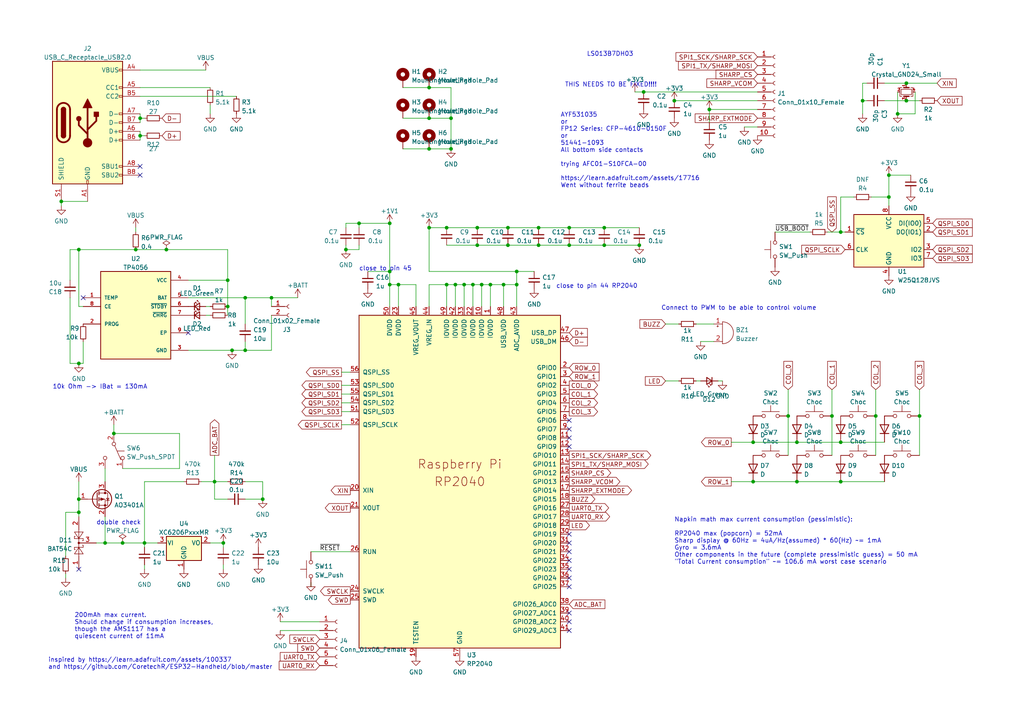
<source format=kicad_sch>
(kicad_sch (version 20211123) (generator eeschema)
  (paper "A4")
  (junction (at 113.03 64.77))
  (junction (at 218.44 139.7))
  (junction (at 138.43 71.12))
  (junction (at 231.14 128.27))
  (junction (at 147.32 71.12))
  (junction (at 257.81 50.8))
  (junction (at 250.19 29.21))
  (junction (at 146.05 82.55))
  (junction (at 149.86 82.55))
  (junction (at 186.69 26.67))
  (junction (at 262.89 24.13))
  (junction (at 71.12 101.6))
  (junction (at 113.03 82.55))
  (junction (at 115.57 82.55))
  (junction (at 66.04 81.28))
  (junction (at 48.26 72.39))
  (junction (at 156.21 66.04))
  (junction (at 241.3 120.65))
  (junction (at 262.89 29.21))
  (junction (at 266.7 120.65))
  (junction (at 41.91 157.48))
  (junction (at 35.56 157.48))
  (junction (at 39.37 72.39))
  (junction (at 205.74 31.75))
  (junction (at 64.77 157.48))
  (junction (at 30.48 157.48))
  (junction (at 132.08 82.55))
  (junction (at 195.58 29.21))
  (junction (at 218.44 128.27))
  (junction (at 185.42 71.12))
  (junction (at 138.43 66.04))
  (junction (at 129.54 66.04))
  (junction (at 17.78 58.42))
  (junction (at 124.46 25.4))
  (junction (at 100.33 72.39))
  (junction (at 22.86 105.41))
  (junction (at 33.02 125.73))
  (junction (at 124.46 66.04))
  (junction (at 40.64 39.37))
  (junction (at 149.86 78.74))
  (junction (at 124.46 34.29))
  (junction (at 71.12 86.36))
  (junction (at 257.81 57.15))
  (junction (at 124.46 43.18))
  (junction (at 40.64 34.29))
  (junction (at 22.86 72.39))
  (junction (at 137.16 82.55))
  (junction (at 254 120.65))
  (junction (at 130.81 43.18))
  (junction (at 147.32 66.04))
  (junction (at 129.54 82.55))
  (junction (at 22.86 148.59))
  (junction (at 142.24 82.55))
  (junction (at 243.84 139.7))
  (junction (at 139.7 82.55))
  (junction (at 130.81 34.29))
  (junction (at 156.21 71.12))
  (junction (at 165.1 71.12))
  (junction (at 76.2 144.78))
  (junction (at 243.84 67.31))
  (junction (at 243.84 128.27))
  (junction (at 62.23 139.7))
  (junction (at 175.26 71.12))
  (junction (at 134.62 82.55))
  (junction (at 22.86 144.78))
  (junction (at 66.04 88.9))
  (junction (at 67.31 101.6))
  (junction (at 175.26 66.04))
  (junction (at 228.6 120.65))
  (junction (at 165.1 66.04))
  (junction (at 78.74 86.36))
  (junction (at 113.03 78.74))
  (junction (at 231.14 139.7))
  (junction (at 104.14 64.77))
  (junction (at 260.35 33.02))
  (no_connect (at 40.64 48.26))
  (no_connect (at 40.64 50.8))
  (no_connect (at 165.1 182.88))
  (no_connect (at 165.1 180.34))
  (no_connect (at 165.1 177.8))
  (no_connect (at 165.1 170.18))
  (no_connect (at 165.1 167.64))
  (no_connect (at 165.1 165.1))
  (no_connect (at 165.1 129.54))
  (no_connect (at 165.1 127))
  (no_connect (at 165.1 124.46))
  (no_connect (at 165.1 121.92))
  (no_connect (at 165.1 162.56))
  (no_connect (at 165.1 160.02))
  (no_connect (at 165.1 157.48))
  (no_connect (at 165.1 154.94))
  (no_connect (at 24.13 86.36))
  (no_connect (at 54.61 96.52))
  (no_connect (at 22.86 165.1))
  (wire (pts (xy 99.06 107.95) (xy 101.6 107.95)))
  (wire (pts (xy 76.2 144.78) (xy 76.2 139.7)))
  (wire (pts (xy 66.04 81.28) (xy 66.04 72.39)))
  (wire (pts (xy 113.03 82.55) (xy 113.03 88.9)))
  (wire (pts (xy 100.33 64.77) (xy 100.33 66.04)))
  (wire (pts (xy 104.14 72.39) (xy 100.33 72.39)))
  (wire (pts (xy 40.64 38.1) (xy 40.64 39.37)))
  (wire (pts (xy 19.05 166.37) (xy 19.05 167.64)))
  (wire (pts (xy 254 113.03) (xy 254 120.65)))
  (wire (pts (xy 20.32 72.39) (xy 22.86 72.39)))
  (wire (pts (xy 184.15 26.67) (xy 186.69 26.67)))
  (wire (pts (xy 195.58 29.21) (xy 219.71 29.21)))
  (wire (pts (xy 24.13 99.06) (xy 24.13 105.41)))
  (wire (pts (xy 41.91 158.75) (xy 41.91 157.48)))
  (wire (pts (xy 22.86 139.7) (xy 22.86 144.78)))
  (wire (pts (xy 58.42 139.7) (xy 62.23 139.7)))
  (wire (pts (xy 193.04 93.98) (xy 196.85 93.98)))
  (wire (pts (xy 201.93 93.98) (xy 207.01 93.98)))
  (wire (pts (xy 60.96 157.48) (xy 64.77 157.48)))
  (wire (pts (xy 208.28 110.49) (xy 209.55 110.49)))
  (wire (pts (xy 241.3 113.03) (xy 241.3 120.65)))
  (wire (pts (xy 149.86 78.74) (xy 154.94 78.74)))
  (wire (pts (xy 41.91 39.37) (xy 40.64 39.37)))
  (wire (pts (xy 219.71 31.75) (xy 205.74 31.75)))
  (wire (pts (xy 19.05 148.59) (xy 19.05 161.29)))
  (wire (pts (xy 30.48 157.48) (xy 35.56 157.48)))
  (wire (pts (xy 262.89 24.13) (xy 271.78 24.13)))
  (wire (pts (xy 257.81 59.69) (xy 257.81 57.15)))
  (wire (pts (xy 215.9 36.83) (xy 219.71 36.83)))
  (wire (pts (xy 205.74 31.75) (xy 205.74 35.56)))
  (wire (pts (xy 104.14 66.04) (xy 104.14 64.77)))
  (wire (pts (xy 78.74 86.36) (xy 78.74 88.9)))
  (wire (pts (xy 139.7 82.55) (xy 139.7 88.9)))
  (wire (pts (xy 138.43 66.04) (xy 147.32 66.04)))
  (wire (pts (xy 116.84 43.18) (xy 124.46 43.18)))
  (wire (pts (xy 66.04 88.9) (xy 66.04 91.44)))
  (wire (pts (xy 54.61 81.28) (xy 66.04 81.28)))
  (wire (pts (xy 218.44 139.7) (xy 231.14 139.7)))
  (wire (pts (xy 40.64 34.29) (xy 40.64 35.56)))
  (wire (pts (xy 116.84 34.29) (xy 124.46 34.29)))
  (wire (pts (xy 260.35 33.02) (xy 265.43 33.02)))
  (wire (pts (xy 41.91 34.29) (xy 40.64 34.29)))
  (wire (pts (xy 41.91 157.48) (xy 45.72 157.48)))
  (wire (pts (xy 41.91 139.7) (xy 53.34 139.7)))
  (wire (pts (xy 40.64 27.94) (xy 68.58 27.94)))
  (wire (pts (xy 104.14 71.12) (xy 104.14 72.39)))
  (wire (pts (xy 243.84 67.31) (xy 245.11 67.31)))
  (wire (pts (xy 142.24 82.55) (xy 142.24 88.9)))
  (wire (pts (xy 17.78 59.69) (xy 17.78 58.42)))
  (wire (pts (xy 130.81 34.29) (xy 124.46 34.29)))
  (wire (pts (xy 212.09 139.7) (xy 218.44 139.7)))
  (wire (pts (xy 20.32 86.36) (xy 20.32 105.41)))
  (wire (pts (xy 19.05 148.59) (xy 22.86 148.59)))
  (wire (pts (xy 20.32 105.41) (xy 22.86 105.41)))
  (wire (pts (xy 243.84 128.27) (xy 256.54 128.27)))
  (wire (pts (xy 243.84 139.7) (xy 256.54 139.7)))
  (wire (pts (xy 71.12 86.36) (xy 78.74 86.36)))
  (wire (pts (xy 71.12 144.78) (xy 76.2 144.78)))
  (wire (pts (xy 54.61 86.36) (xy 71.12 86.36)))
  (wire (pts (xy 252.73 57.15) (xy 257.81 57.15)))
  (wire (pts (xy 224.79 67.31) (xy 234.95 67.31)))
  (wire (pts (xy 22.86 148.59) (xy 22.86 149.86)))
  (wire (pts (xy 266.7 113.03) (xy 266.7 120.65)))
  (wire (pts (xy 67.31 101.6) (xy 71.12 101.6)))
  (wire (pts (xy 257.81 57.15) (xy 257.81 50.8)))
  (wire (pts (xy 60.96 33.02) (xy 60.96 30.48)))
  (wire (pts (xy 35.56 157.48) (xy 41.91 157.48)))
  (wire (pts (xy 146.05 82.55) (xy 149.86 82.55)))
  (wire (pts (xy 243.84 67.31) (xy 243.84 57.15)))
  (wire (pts (xy 60.96 88.9) (xy 59.69 88.9)))
  (wire (pts (xy 201.93 110.49) (xy 203.2 110.49)))
  (wire (pts (xy 39.37 66.04) (xy 39.37 67.31)))
  (wire (pts (xy 132.08 82.55) (xy 132.08 88.9)))
  (wire (pts (xy 124.46 78.74) (xy 149.86 78.74)))
  (wire (pts (xy 64.77 158.75) (xy 64.77 157.48)))
  (wire (pts (xy 99.06 123.19) (xy 101.6 123.19)))
  (wire (pts (xy 124.46 88.9) (xy 124.46 82.55)))
  (wire (pts (xy 20.32 81.28) (xy 20.32 72.39)))
  (wire (pts (xy 90.17 168.91) (xy 90.17 170.18)))
  (wire (pts (xy 129.54 71.12) (xy 138.43 71.12)))
  (wire (pts (xy 137.16 82.55) (xy 139.7 82.55)))
  (wire (pts (xy 99.06 116.84) (xy 101.6 116.84)))
  (wire (pts (xy 62.23 144.78) (xy 66.04 144.78)))
  (wire (pts (xy 231.14 139.7) (xy 243.84 139.7)))
  (wire (pts (xy 41.91 139.7) (xy 41.91 157.48)))
  (wire (pts (xy 251.46 24.13) (xy 250.19 24.13)))
  (wire (pts (xy 104.14 64.77) (xy 113.03 64.77)))
  (wire (pts (xy 33.02 125.73) (xy 52.07 125.73)))
  (wire (pts (xy 130.81 34.29) (xy 130.81 25.4)))
  (wire (pts (xy 250.19 24.13) (xy 250.19 29.21)))
  (wire (pts (xy 175.26 71.12) (xy 185.42 71.12)))
  (wire (pts (xy 71.12 101.6) (xy 78.74 101.6)))
  (wire (pts (xy 90.17 160.02) (xy 101.6 160.02)))
  (wire (pts (xy 165.1 71.12) (xy 175.26 71.12)))
  (wire (pts (xy 120.65 88.9) (xy 120.65 82.55)))
  (wire (pts (xy 228.6 120.65) (xy 228.6 132.08)))
  (wire (pts (xy 41.91 165.1) (xy 41.91 163.83)))
  (wire (pts (xy 81.28 182.88) (xy 92.71 182.88)))
  (wire (pts (xy 129.54 66.04) (xy 138.43 66.04)))
  (wire (pts (xy 228.6 113.03) (xy 228.6 120.65)))
  (wire (pts (xy 17.78 58.42) (xy 25.4 58.42)))
  (wire (pts (xy 71.12 86.36) (xy 71.12 93.98)))
  (wire (pts (xy 113.03 64.77) (xy 113.03 78.74)))
  (wire (pts (xy 48.26 72.39) (xy 39.37 72.39)))
  (wire (pts (xy 22.86 72.39) (xy 22.86 88.9)))
  (wire (pts (xy 260.35 26.67) (xy 260.35 33.02)))
  (wire (pts (xy 113.03 78.74) (xy 113.03 82.55)))
  (wire (pts (xy 115.57 82.55) (xy 113.03 82.55)))
  (wire (pts (xy 104.14 64.77) (xy 100.33 64.77)))
  (wire (pts (xy 218.44 128.27) (xy 231.14 128.27)))
  (wire (pts (xy 40.64 33.02) (xy 40.64 34.29)))
  (wire (pts (xy 256.54 29.21) (xy 262.89 29.21)))
  (wire (pts (xy 62.23 139.7) (xy 62.23 144.78)))
  (wire (pts (xy 265.43 26.67) (xy 265.43 33.02)))
  (wire (pts (xy 257.81 50.8) (xy 264.16 50.8)))
  (wire (pts (xy 52.07 135.89) (xy 52.07 125.73)))
  (wire (pts (xy 39.37 72.39) (xy 22.86 72.39)))
  (wire (pts (xy 147.32 66.04) (xy 156.21 66.04)))
  (wire (pts (xy 116.84 25.4) (xy 124.46 25.4)))
  (wire (pts (xy 165.1 66.04) (xy 175.26 66.04)))
  (wire (pts (xy 99.06 119.38) (xy 101.6 119.38)))
  (wire (pts (xy 142.24 82.55) (xy 146.05 82.55)))
  (wire (pts (xy 124.46 25.4) (xy 130.81 25.4)))
  (wire (pts (xy 241.3 120.65) (xy 241.3 132.08)))
  (wire (pts (xy 124.46 66.04) (xy 124.46 78.74)))
  (wire (pts (xy 203.2 99.06) (xy 207.01 99.06)))
  (wire (pts (xy 138.43 71.12) (xy 147.32 71.12)))
  (wire (pts (xy 147.32 71.12) (xy 156.21 71.12)))
  (wire (pts (xy 254 120.65) (xy 254 132.08)))
  (wire (pts (xy 132.08 82.55) (xy 134.62 82.55)))
  (wire (pts (xy 130.81 43.18) (xy 130.81 34.29)))
  (wire (pts (xy 124.46 43.18) (xy 130.81 43.18)))
  (wire (pts (xy 120.65 82.55) (xy 115.57 82.55)))
  (wire (pts (xy 62.23 139.7) (xy 66.04 139.7)))
  (wire (pts (xy 146.05 82.55) (xy 146.05 88.9)))
  (wire (pts (xy 256.54 24.13) (xy 262.89 24.13)))
  (wire (pts (xy 115.57 82.55) (xy 115.57 88.9)))
  (wire (pts (xy 40.64 20.32) (xy 59.69 20.32)))
  (wire (pts (xy 250.19 29.21) (xy 251.46 29.21)))
  (wire (pts (xy 30.48 135.89) (xy 30.48 139.7)))
  (wire (pts (xy 33.02 123.19) (xy 33.02 125.73)))
  (wire (pts (xy 175.26 66.04) (xy 185.42 66.04)))
  (wire (pts (xy 193.04 110.49) (xy 196.85 110.49)))
  (wire (pts (xy 22.86 144.78) (xy 22.86 148.59)))
  (wire (pts (xy 71.12 99.06) (xy 71.12 101.6)))
  (wire (pts (xy 78.74 86.36) (xy 86.36 86.36)))
  (wire (pts (xy 106.68 78.74) (xy 113.03 78.74)))
  (wire (pts (xy 231.14 128.27) (xy 243.84 128.27)))
  (wire (pts (xy 40.64 25.4) (xy 60.96 25.4)))
  (wire (pts (xy 100.33 71.12) (xy 100.33 72.39)))
  (wire (pts (xy 22.86 105.41) (xy 24.13 105.41)))
  (wire (pts (xy 99.06 111.76) (xy 101.6 111.76)))
  (wire (pts (xy 156.21 66.04) (xy 165.1 66.04)))
  (wire (pts (xy 149.86 82.55) (xy 149.86 78.74)))
  (wire (pts (xy 149.86 82.55) (xy 149.86 88.9)))
  (wire (pts (xy 54.61 101.6) (xy 67.31 101.6)))
  (wire (pts (xy 129.54 82.55) (xy 129.54 88.9)))
  (wire (pts (xy 64.77 165.1) (xy 64.77 163.83)))
  (wire (pts (xy 250.19 33.02) (xy 250.19 29.21)))
  (wire (pts (xy 124.46 66.04) (xy 129.54 66.04)))
  (wire (pts (xy 30.48 149.86) (xy 30.48 157.48)))
  (wire (pts (xy 156.21 71.12) (xy 165.1 71.12)))
  (wire (pts (xy 262.89 29.21) (xy 266.7 29.21)))
  (wire (pts (xy 66.04 81.28) (xy 66.04 88.9)))
  (wire (pts (xy 124.46 82.55) (xy 129.54 82.55)))
  (wire (pts (xy 35.56 135.89) (xy 52.07 135.89)))
  (wire (pts (xy 22.86 88.9) (xy 24.13 88.9)))
  (wire (pts (xy 60.96 91.44) (xy 59.69 91.44)))
  (wire (pts (xy 71.12 139.7) (xy 76.2 139.7)))
  (wire (pts (xy 266.7 120.65) (xy 266.7 132.08)))
  (wire (pts (xy 66.04 72.39) (xy 48.26 72.39)))
  (wire (pts (xy 240.03 67.31) (xy 243.84 67.31)))
  (wire (pts (xy 139.7 82.55) (xy 142.24 82.55)))
  (wire (pts (xy 78.74 91.44) (xy 78.74 101.6)))
  (wire (pts (xy 99.06 114.3) (xy 101.6 114.3)))
  (wire (pts (xy 212.09 128.27) (xy 218.44 128.27)))
  (wire (pts (xy 243.84 57.15) (xy 247.65 57.15)))
  (wire (pts (xy 186.69 26.67) (xy 219.71 26.67)))
  (wire (pts (xy 134.62 82.55) (xy 134.62 88.9)))
  (wire (pts (xy 62.23 132.08) (xy 62.23 139.7)))
  (wire (pts (xy 134.62 82.55) (xy 137.16 82.55)))
  (wire (pts (xy 81.28 180.34) (xy 92.71 180.34)))
  (wire (pts (xy 129.54 82.55) (xy 132.08 82.55)))
  (wire (pts (xy 137.16 82.55) (xy 137.16 88.9)))
  (wire (pts (xy 27.94 157.48) (xy 30.48 157.48)))
  (wire (pts (xy 40.64 39.37) (xy 40.64 40.64)))
  (text "Connect to PWM to be able to control volume" (at 191.77 90.17 0) (effects (font (size 1.27 1.27)) (justify left bottom)))
  (text "inspired by https://learn.adafruit.com/assets/100337\nand https://github.com/CoretechR/ESP32-Handheld/blob/master" (at 13.97 194.31 0) (effects (font (size 1.27 1.27)) (justify left bottom)))
  (text "10k Ohm -> IBat = 130mA" (at 15.24 113.03 0) (effects (font (size 1.27 1.27)) (justify left bottom)))
  (text "double check" (at 27.94 152.4 0) (effects (font (size 1.27 1.27)) (justify left bottom)))
  (text "THIS NEEDS TO BE FIXED!!!!" (at 163.83 25.4 0) (effects (font (size 1.27 1.27)) (justify left bottom)))
  (text "200mAh max current.\nShould change if consumption increases,\nthough the AMS1117 has a\nquiescent current of 11mA" (at 21.59 185.42 0) (effects (font (size 1.27 1.27)) (justify left bottom)))
  (text "Napkin math max current consumption (pessimistic):\n\nRP2040 max (popcorn) = 52mA\nSharp display @ 60Hz = 4uA/Hz(assumed) * 60(Hz) ~= 1mA\nGyro = 3.6mA\nOther components in the future (complete pressimistic guess) = 50 mA \n\"Total Current consumption\" ~= 106.6 mA worst case scenario" (at 195.58 163.83 0) (effects (font (size 1.27 1.27)) (justify left bottom)))
  (text "LS013B7DH03" (at 170.18 16.51 0) (effects (font (size 1.27 1.27)) (justify left bottom)))
  (text "AYF531035\nor \nFP12 Series: CFP-4610-0150F\nor\n51441-1093\nAll bottom side contacts\n\ntrying AFC01-S10FCA-00\n\nhttps://learn.adafruit.com/assets/17716\nWent without ferrite beads" (at 162.56 54.61 0) (effects (font (size 1.27 1.27)) (justify left bottom)))
  (text "close to pin 45" (at 104.14 78.74 0) (effects (font (size 1.27 1.27)) (justify left bottom)))
  (text "close to pin 44 RP2040" (at 161.29 83.82 0) (effects (font (size 1.27 1.27)) (justify left bottom)))
  (label "~{RESET}" (at 92.71 160.02 0))
  (label "~{USB_BOOT}" (at 224.79 67.31 0))
  (global_label "SPI1_TX{slash}SHARP_MOSI" (shape input) (at 219.71 19.05 180) (property "Intersheet References" "${INTERSHEET_REFS}" (effects hide)))
  (global_label "QSPI_SD3" (shape input) (at 270.51 74.93 0) (property "Intersheet References" "${INTERSHEET_REFS}" (effects hide)))
  (global_label "QSPI_SD3" (shape output) (at 99.06 119.38 180) (property "Intersheet References" "${INTERSHEET_REFS}" (effects hide)))
  (global_label "XOUT" (shape output) (at 101.6 147.32 180) (property "Intersheet References" "${INTERSHEET_REFS}" (effects hide)))
  (global_label "LED" (shape input) (at 193.04 110.49 180) (property "Intersheet References" "${INTERSHEET_REFS}" (effects hide)))
  (global_label "XIN" (shape output) (at 101.6 142.24 180) (property "Intersheet References" "${INTERSHEET_REFS}" (effects hide)))
  (global_label "QSPI_SD1" (shape output) (at 99.06 114.3 180) (property "Intersheet References" "${INTERSHEET_REFS}" (effects hide)))
  (global_label "QSPI_SCLK" (shape input) (at 245.11 72.39 180) (property "Intersheet References" "${INTERSHEET_REFS}" (effects hide)))
  (global_label "COL_2" (shape output) (at 165.1 116.84 0) (property "Intersheet References" "${INTERSHEET_REFS}" (effects hide)))
  (global_label "ADC_BAT" (shape output) (at 62.23 132.08 90) (property "Intersheet References" "${INTERSHEET_REFS}" (effects hide)))
  (global_label "ADC_BAT" (shape input) (at 165.1 175.26 0) (property "Intersheet References" "${INTERSHEET_REFS}" (effects hide)))
  (global_label "QSPI_SD2" (shape input) (at 270.51 72.39 0) (property "Intersheet References" "${INTERSHEET_REFS}" (effects hide)))
  (global_label "D+" (shape input) (at 46.99 39.37 0) (property "Intersheet References" "${INTERSHEET_REFS}" (effects hide)))
  (global_label "D-" (shape input) (at 165.1 99.06 0) (property "Intersheet References" "${INTERSHEET_REFS}" (effects hide)))
  (global_label "SHARP_EXTMODE" (shape input) (at 219.71 34.29 180) (property "Intersheet References" "${INTERSHEET_REFS}" (effects hide)))
  (global_label "SHARP_VCOM" (shape input) (at 219.71 24.13 180) (property "Intersheet References" "${INTERSHEET_REFS}" (effects hide)))
  (global_label "SPI1_SCK{slash}SHARP_SCK" (shape output) (at 165.1 132.08 0) (property "Intersheet References" "${INTERSHEET_REFS}" (effects hide)))
  (global_label "ROW_1" (shape input) (at 165.1 109.22 0) (property "Intersheet References" "${INTERSHEET_REFS}" (effects hide)))
  (global_label "SPI1_SCK{slash}SHARP_SCK" (shape input) (at 219.71 16.51 180) (property "Intersheet References" "${INTERSHEET_REFS}" (effects hide)))
  (global_label "SHARP_EXTMODE" (shape output) (at 165.1 142.24 0) (property "Intersheet References" "${INTERSHEET_REFS}" (effects hide)))
  (global_label "ROW_1" (shape output) (at 212.09 139.7 180) (property "Intersheet References" "${INTERSHEET_REFS}" (effects hide)))
  (global_label "D+" (shape input) (at 165.1 96.52 0) (property "Intersheet References" "${INTERSHEET_REFS}" (effects hide)))
  (global_label "QSPI_SD2" (shape output) (at 99.06 116.84 180) (property "Intersheet References" "${INTERSHEET_REFS}" (effects hide)))
  (global_label "QSPI_SCLK" (shape output) (at 99.06 123.19 180) (property "Intersheet References" "${INTERSHEET_REFS}" (effects hide)))
  (global_label "QSPI_SS" (shape input) (at 241.3 67.31 90) (property "Intersheet References" "${INTERSHEET_REFS}" (effects hide)))
  (global_label "COL_0" (shape output) (at 165.1 111.76 0) (property "Intersheet References" "${INTERSHEET_REFS}" (effects hide)))
  (global_label "SPI1_TX{slash}SHARP_MOSI" (shape output) (at 165.1 134.62 0) (property "Intersheet References" "${INTERSHEET_REFS}" (effects hide)))
  (global_label "SWCLK" (shape input) (at 92.71 185.42 180) (property "Intersheet References" "${INTERSHEET_REFS}" (effects hide)))
  (global_label "UART0_RX" (shape output) (at 165.1 149.86 0) (property "Intersheet References" "${INTERSHEET_REFS}" (effects hide)))
  (global_label "XOUT" (shape input) (at 271.78 29.21 0) (property "Intersheet References" "${INTERSHEET_REFS}" (effects hide)))
  (global_label "UART0_TX" (shape input) (at 92.71 190.5 180) (property "Intersheet References" "${INTERSHEET_REFS}" (effects hide)))
  (global_label "BUZZ" (shape output) (at 165.1 144.78 0) (property "Intersheet References" "${INTERSHEET_REFS}" (effects hide)))
  (global_label "SHARP_VCOM" (shape output) (at 165.1 139.7 0) (property "Intersheet References" "${INTERSHEET_REFS}" (effects hide)))
  (global_label "SHARP_CS" (shape output) (at 165.1 137.16 0) (property "Intersheet References" "${INTERSHEET_REFS}" (effects hide)))
  (global_label "BUZZ" (shape input) (at 193.04 93.98 180) (property "Intersheet References" "${INTERSHEET_REFS}" (effects hide)))
  (global_label "COL_1" (shape input) (at 241.3 113.03 90) (property "Intersheet References" "${INTERSHEET_REFS}" (effects hide)))
  (global_label "ROW_0" (shape output) (at 212.09 128.27 180) (property "Intersheet References" "${INTERSHEET_REFS}" (effects hide)))
  (global_label "SWD" (shape input) (at 92.71 187.96 180) (property "Intersheet References" "${INTERSHEET_REFS}" (effects hide)))
  (global_label "SWCLK" (shape output) (at 101.6 171.45 180) (property "Intersheet References" "${INTERSHEET_REFS}" (effects hide)))
  (global_label "QSPI_SD0" (shape output) (at 99.06 111.76 180) (property "Intersheet References" "${INTERSHEET_REFS}" (effects hide)))
  (global_label "XIN" (shape input) (at 271.78 24.13 0) (property "Intersheet References" "${INTERSHEET_REFS}" (effects hide)))
  (global_label "COL_0" (shape input) (at 228.6 113.03 90) (property "Intersheet References" "${INTERSHEET_REFS}" (effects hide)))
  (global_label "ROW_0" (shape input) (at 165.1 106.68 0) (property "Intersheet References" "${INTERSHEET_REFS}" (effects hide)))
  (global_label "COL_2" (shape input) (at 254 113.03 90) (property "Intersheet References" "${INTERSHEET_REFS}" (effects hide)))
  (global_label "QSPI_SD0" (shape input) (at 270.51 64.77 0) (property "Intersheet References" "${INTERSHEET_REFS}" (effects hide)))
  (global_label "D-" (shape input) (at 46.99 34.29 0) (property "Intersheet References" "${INTERSHEET_REFS}" (effects hide)))
  (global_label "SHARP_CS" (shape input) (at 219.71 21.59 180) (property "Intersheet References" "${INTERSHEET_REFS}" (effects hide)))
  (global_label "COL_3" (shape input) (at 266.7 113.03 90) (property "Intersheet References" "${INTERSHEET_REFS}" (effects hide)))
  (global_label "QSPI_SD1" (shape input) (at 270.51 67.31 0) (property "Intersheet References" "${INTERSHEET_REFS}" (effects hide)))
  (global_label "SWD" (shape output) (at 101.6 173.99 180) (property "Intersheet References" "${INTERSHEET_REFS}" (effects hide)))
  (global_label "UART0_TX" (shape output) (at 165.1 147.32 0) (property "Intersheet References" "${INTERSHEET_REFS}" (effects hide)))
  (global_label "LED" (shape output) (at 165.1 152.4 0) (property "Intersheet References" "${INTERSHEET_REFS}" (effects hide)))
  (global_label "QSPI_SS" (shape output) (at 99.06 107.95 180) (property "Intersheet References" "${INTERSHEET_REFS}" (effects hide)))
  (global_label "COL_1" (shape output) (at 165.1 114.3 0) (property "Intersheet References" "${INTERSHEET_REFS}" (effects hide)))
  (global_label "UART0_RX" (shape input) (at 92.71 193.04 180) (property "Intersheet References" "${INTERSHEET_REFS}" (effects hide)))
  (global_label "COL_3" (shape output) (at 165.1 119.38 0) (property "Intersheet References" "${INTERSHEET_REFS}" (effects hide)))
  (symbol (lib_id "power:PWR_FLAG") (at 48.26 72.39 0) (unit 1)
    (property "Reference" "#FLG0102" (effects hide))
    (property "Value" "PWR_FLAG" (at 48.26 68.8142 0))
  )
  (symbol (lib_id "Device:D") (at 243.84 124.46 90) (unit 1)
    (property "Reference" "D5" (at 245.872 123.6253 90) (effects (justify right)))
    (property "Value" "D" (at 245.872 126.1622 90) (effects (justify right)))
    (property "Footprint" "Diode_SMD:D_SOD-123" (effects hide))
  )
  (symbol (lib_id "Mechanical:MountingHole_Pad") (at 124.46 31.75 0) (unit 1)
    (property "Reference" "H4" (at 127 29.6453 0) (effects (justify left)))
    (property "Value" "MountingHole_Pad" (at 127 32.1822 0) (effects (justify left)))
    (property "Footprint" "MountingHole:MountingHole_2.2mm_M2_ISO7380_Pad" (effects hide))
  )
  (symbol (lib_id "power:GND") (at 74.93 163.83 0) (unit 1)
    (property "Reference" "#PWR035" (effects hide))
    (property "Value" "GND" (at 74.93 168.2734 0))
  )
  (symbol (lib_id "Device:Crystal_GND24_Small") (at 262.89 26.67 270) (unit 1)
    (property "Reference" "Y1" (at 262.89 19.05 90))
    (property "Value" "Crystal_GND24_Small" (at 262.89 21.59 90))
    (property "Footprint" "Crystal:Crystal_SMD_3225-4Pin_3.2x2.5mm" (effects hide))
  )
  (symbol (lib_id "Device:C_Small") (at 129.54 68.58 0) (unit 1)
    (property "Reference" "C9" (at 133.35 67.31 0) (effects (justify left)))
    (property "Value" "0.1u" (at 132.08 69.85 0) (effects (justify left)))
    (property "Footprint" "Capacitor_SMD:C_0402_1005Metric" (effects hide))
  )
  (symbol (lib_id "Device:R_Small") (at 19.05 163.83 180) (unit 1)
    (property "Reference" "R15" (at 15.24 162.56 0) (effects (justify right)))
    (property "Value" "10k" (at 13.97 165.1 0) (effects (justify right)))
    (property "Footprint" "Resistor_SMD:R_0402_1005Metric" (effects hide))
  )
  (symbol (lib_id "Device:R_Small") (at 24.13 96.52 180) (unit 1)
    (property "Reference" "R9" (at 20.32 95.25 0) (effects (justify right)))
    (property "Value" "10k" (at 19.05 97.79 0) (effects (justify right)))
    (property "Footprint" "Resistor_SMD:R_0402_1005Metric" (effects hide))
  )
  (symbol (lib_id "power:GND") (at 257.81 80.01 0) (unit 1)
    (property "Reference" "#PWR022" (effects hide))
    (property "Value" "GND" (at 257.81 84.4534 0))
  )
  (symbol (lib_id "power:GND") (at 130.81 43.18 0) (unit 1)
    (property "Reference" "#PWR031" (effects hide))
    (property "Value" "GND" (at 130.81 47.6234 0))
  )
  (symbol (lib_id "Device:C_Small") (at 264.16 53.34 0) (unit 1)
    (property "Reference" "C6" (at 266.4841 52.5116 0) (effects (justify left)))
    (property "Value" "0.1u" (at 266.4841 55.0485 0) (effects (justify left)))
    (property "Footprint" "Capacitor_SMD:C_0402_1005Metric" (effects hide))
  )
  (symbol (lib_id "Device:R_Small") (at 269.24 29.21 90) (unit 1)
    (property "Reference" "R2" (at 269.24 31.7531 90))
    (property "Value" "1k" (at 269.24 34.29 90))
    (property "Footprint" "Resistor_SMD:R_0402_1005Metric" (effects hide))
  )
  (symbol (lib_id "Mechanical:MountingHole_Pad") (at 116.84 31.75 0) (unit 1)
    (property "Reference" "H3" (at 119.38 29.6453 0) (effects (justify left)))
    (property "Value" "MountingHole_Pad" (at 119.38 32.1822 0) (effects (justify left)))
    (property "Footprint" "MountingHole:MountingHole_2.2mm_M2_ISO7380_Pad" (effects hide))
  )
  (symbol (lib_id "power:GND") (at 41.91 165.1 0) (unit 1)
    (property "Reference" "#PWR036" (effects hide))
    (property "Value" "GND" (at 41.91 169.5434 0))
  )
  (symbol (lib_id "Device:R_Small") (at 63.5 91.44 90) (unit 1)
    (property "Reference" "R8" (at 67.31 91.44 90))
    (property "Value" "1k" (at 67.31 93.98 90))
    (property "Footprint" "Resistor_SMD:R_0402_1005Metric" (effects hide))
  )
  (symbol (lib_id "Mechanical:MountingHole_Pad") (at 124.46 22.86 0) (unit 1)
    (property "Reference" "H2" (at 127 20.7553 0) (effects (justify left)))
    (property "Value" "MountingHole_Pad" (at 127 23.2922 0) (effects (justify left)))
    (property "Footprint" "MountingHole:MountingHole_2.2mm_M2_ISO7380_Pad" (effects hide))
  )
  (symbol (lib_id "power:GND") (at 60.96 33.02 0) (unit 1)
    (property "Reference" "#PWR05" (effects hide))
    (property "Value" "GND" (at 60.96 37.4634 0))
  )
  (symbol (lib_id "Device:R_Small") (at 250.19 57.15 270) (unit 1)
    (property "Reference" "R4" (at 250.19 54.6069 90))
    (property "Value" "DNF" (at 250.19 52.07 90))
    (property "Footprint" "Resistor_SMD:R_0402_1005Metric" (effects hide))
  )
  (symbol (lib_id "Device:R_Small") (at 63.5 88.9 90) (unit 1)
    (property "Reference" "R7" (at 63.5 84.4636 90))
    (property "Value" "1k" (at 63.5 87.0005 90))
    (property "Footprint" "Resistor_SMD:R_0402_1005Metric" (effects hide))
  )
  (symbol (lib_id "power:+3V3") (at 81.28 180.34 0) (unit 1)
    (property "Reference" "#PWR041" (effects hide))
    (property "Value" "+3V3" (at 81.28 176.7642 0))
  )
  (symbol (lib_id "Device:R_Small") (at 39.37 69.85 0) (unit 1)
    (property "Reference" "R6" (at 40.8686 69.0153 0) (effects (justify left)))
    (property "Value" "0.4" (at 40.8686 71.5522 0) (effects (justify left)))
    (property "Footprint" "Resistor_SMD:R_0402_1005Metric" (effects hide))
  )
  (symbol (lib_id "Connector:USB_C_Receptacle_USB2.0") (at 25.4 35.56 0) (unit 1)
    (property "Reference" "J2" (at 25.4 14.0802 0))
    (property "Value" "USB_C_Receptacle_USB2.0" (at 25.4 16.6171 0))
    (property "Footprint" "Connector_USB:USB_C_Receptacle_XKB_U262-16XN-4BVC11" (effects hide))
    (property "Datasheet" "https://www.usb.org/sites/default/files/documents/usb_type-c.zip" (effects hide))
  )
  (symbol (lib_id "power:GND") (at 133.35 190.5 0) (unit 1)
    (property "Reference" "#PWR044" (effects hide))
    (property "Value" "GND" (at 133.35 194.9434 0))
  )
  (symbol (lib_id "TP4056:TP4056") (at 39.37 91.44 0) (unit 1)
    (property "Reference" "U2" (at 39.37 75.0402 0))
    (property "Value" "TP4056" (at 39.37 77.5771 0))
    (property "Footprint" "TP4056:SOP127P600X175-9N" (effects hide))
    (property "MANUFACTURER" "NanJing Top Power ASIC Corp." (effects hide))
    (property "MAXIMUM_PACKAGE_HEIGHT" "1.75mm" (effects hide))
    (property "STANDARD" "IPC 7351B" (effects hide))
  )
  (symbol (lib_id "Switch:SW_Push") (at 90.17 165.1 90) (unit 1)
    (property "Reference" "SW11" (at 91.313 164.2653 90) (effects (justify right)))
    (property "Value" "SW_Push" (at 91.313 166.8022 90) (effects (justify right)))
    (property "Footprint" "Button_Switch_SMD:SW_SPST_TL3342" (effects hide))
  )
  (symbol (lib_id "Device:C_Small") (at 64.77 161.29 0) (unit 1)
    (property "Reference" "C22" (at 67.0941 160.4616 0) (effects (justify left)))
    (property "Value" "1u" (at 67.0941 162.9985 0) (effects (justify left)))
    (property "Footprint" "Capacitor_SMD:C_0402_1005Metric" (effects hide))
  )
  (symbol (lib_id "power:+1V1") (at 113.03 64.77 0) (unit 1)
    (property "Reference" "#PWR016" (effects hide))
    (property "Value" "+1V1" (at 113.03 61.1942 0))
  )
  (symbol (lib_id "Mechanical:MountingHole_Pad") (at 124.46 40.64 0) (unit 1)
    (property "Reference" "H6" (at 127 38.5353 0) (effects (justify left)))
    (property "Value" "MountingHole_Pad" (at 127 41.0722 0) (effects (justify left)))
    (property "Footprint" "MountingHole:MountingHole_2.2mm_M2_ISO7380_Pad" (effects hide))
  )
  (symbol (lib_id "Switch:SW_Push") (at 248.92 120.65 0) (unit 1)
    (property "Reference" "SW4" (at 248.92 114.0292 0))
    (property "Value" "Choc" (at 248.92 116.5661 0))
    (property "Footprint" "keyswitches:Kailh_socket_PG1350" (effects hide))
  )
  (symbol (lib_id "power:GND") (at 260.35 33.02 0) (unit 1)
    (property "Reference" "#PWR08" (effects hide))
    (property "Value" "GND" (at 260.35 37.4634 0))
  )
  (symbol (lib_id "power:GND") (at 219.71 39.37 0) (unit 1)
    (property "Reference" "#PWR011" (effects hide))
    (property "Value" "GND" (at 219.71 43.8134 0))
  )
  (symbol (lib_id "Connector:Conn_01x10_Female") (at 224.79 26.67 0) (unit 1)
    (property "Reference" "J1" (at 225.5012 27.1053 0) (effects (justify left)))
    (property "Value" "Conn_01x10_Female" (at 225.5012 29.6422 0) (effects (justify left)))
    (property "Footprint" "Connector_FFC-FPC:Molex_54548-1071_1x10-1MP_P0.5mm_Horizontal" (effects hide))
  )
  (symbol (lib_id "power:GND") (at 64.77 165.1 0) (unit 1)
    (property "Reference" "#PWR038" (effects hide))
    (property "Value" "GND" (at 64.77 169.5434 0))
  )
  (symbol (lib_id "Device:C_Small") (at 154.94 81.28 0) (unit 1)
    (property "Reference" "C17" (at 157.2641 80.4516 0) (effects (justify left)))
    (property "Value" "1u" (at 157.2641 82.9885 0) (effects (justify left)))
    (property "Footprint" "Capacitor_SMD:C_0402_1005Metric" (effects hide))
  )
  (symbol (lib_id "Switch:SW_Push") (at 223.52 120.65 0) (unit 1)
    (property "Reference" "SW2" (at 223.52 114.0292 0))
    (property "Value" "Choc" (at 223.52 116.5661 0))
    (property "Footprint" "keyswitches:Kailh_socket_PG1350" (effects hide))
  )
  (symbol (lib_id "Connector:Conn_01x02_Female") (at 83.82 88.9 0) (unit 1)
    (property "Reference" "J3" (at 83.185 95.597 0))
    (property "Value" "Conn_01x02_Female" (at 83.185 93.0601 0))
    (property "Footprint" "Connector_PinHeader_2.00mm:PinHeader_1x02_P2.00mm_Vertical" (effects hide))
  )
  (symbol (lib_id "power:GND") (at 68.58 33.02 0) (unit 1)
    (property "Reference" "#PWR06" (effects hide))
    (property "Value" "GND" (at 68.58 37.4634 0))
  )
  (symbol (lib_id "power:GND") (at 215.9 36.83 0) (unit 1)
    (property "Reference" "#PWR010" (effects hide))
    (property "Value" "GND" (at 215.9 41.2734 0))
  )
  (symbol (lib_id "Device:D") (at 256.54 135.89 90) (unit 1)
    (property "Reference" "D10" (at 258.572 135.0553 90) (effects (justify right)))
    (property "Value" "D" (at 258.572 137.5922 90) (effects (justify right)))
    (property "Footprint" "Diode_SMD:D_SOD-123" (effects hide))
  )
  (symbol (lib_id "power:GND") (at 154.94 83.82 0) (unit 1)
    (property "Reference" "#PWR024" (effects hide))
    (property "Value" "GND" (at 154.94 88.2634 0))
  )
  (symbol (lib_id "Device:C_Small") (at 74.93 161.29 0) (unit 1)
    (property "Reference" "C23" (at 77.2541 160.4616 0) (effects (justify left)))
    (property "Value" "10u" (at 77.2541 162.9985 0) (effects (justify left)))
    (property "Footprint" "Capacitor_SMD:C_0402_1005Metric" (effects hide))
  )
  (symbol (lib_id "Device:D") (at 243.84 135.89 90) (unit 1)
    (property "Reference" "D9" (at 245.872 135.0553 90) (effects (justify right)))
    (property "Value" "D" (at 245.872 137.5922 90) (effects (justify right)))
    (property "Footprint" "Diode_SMD:D_SOD-123" (effects hide))
  )
  (symbol (lib_id "power:GND") (at 250.19 33.02 0) (unit 1)
    (property "Reference" "#PWR07" (effects hide))
    (property "Value" "GND" (at 250.19 37.4634 0))
  )
  (symbol (lib_id "Switch:SW_Push") (at 248.92 132.08 0) (unit 1)
    (property "Reference" "SW9" (at 248.92 125.4592 0))
    (property "Value" "Choc" (at 248.92 127.9961 0))
    (property "Footprint" "keyswitches:Kailh_socket_PG1350" (effects hide))
  )
  (symbol (lib_id "Device:R_Small") (at 199.39 110.49 270) (unit 1)
    (property "Reference" "R16" (at 199.39 114.9264 90))
    (property "Value" "1k" (at 199.39 112.3895 90))
    (property "Footprint" "Resistor_SMD:R_0402_1005Metric" (effects hide))
  )
  (symbol (lib_id "power:VBUS") (at 22.86 139.7 0) (unit 1)
    (property "Reference" "#PWR030" (effects hide))
    (property "Value" "VBUS" (at 22.86 136.1242 0))
  )
  (symbol (lib_id "power:GND") (at 224.79 77.47 0) (unit 1)
    (property "Reference" "#PWR021" (effects hide))
    (property "Value" "GND" (at 224.79 81.9134 0))
  )
  (symbol (lib_id "Device:C_Small") (at 106.68 81.28 0) (unit 1)
    (property "Reference" "C16" (at 109.0041 80.4516 0) (effects (justify left)))
    (property "Value" "1u" (at 109.0041 82.9885 0) (effects (justify left)))
    (property "Footprint" "Capacitor_SMD:C_0402_1005Metric" (effects hide))
  )
  (symbol (lib_id "power:GND") (at 22.86 105.41 0) (unit 1)
    (property "Reference" "#PWR028" (effects hide))
    (property "Value" "GND" (at 22.86 109.8534 0))
  )
  (symbol (lib_id "Device:C_Small") (at 100.33 68.58 180) (unit 1)
    (property "Reference" "C7" (at 95.25 67.31 0) (effects (justify right)))
    (property "Value" "0.1u" (at 93.98 69.85 0) (effects (justify right)))
    (property "Footprint" "Capacitor_SMD:C_0402_1005Metric" (effects hide))
  )
  (symbol (lib_id "power:VBUS") (at 59.69 20.32 0) (unit 1)
    (property "Reference" "#PWR01" (effects hide))
    (property "Value" "VBUS" (at 59.69 16.7442 0))
  )
  (symbol (lib_id "power:GND") (at 186.69 31.75 0) (unit 1)
    (property "Reference" "#PWR03" (effects hide))
    (property "Value" "GND" (at 186.69 36.1934 0))
  )
  (symbol (lib_id "Device:D") (at 231.14 135.89 90) (unit 1)
    (property "Reference" "D8" (at 233.172 135.0553 90) (effects (justify right)))
    (property "Value" "D" (at 233.172 137.5922 90) (effects (justify right)))
    (property "Footprint" "Diode_SMD:D_SOD-123" (effects hide))
  )
  (symbol (lib_id "Device:C_Small") (at 195.58 31.75 0) (unit 1)
    (property "Reference" "C4" (at 198.12 30.48 0) (effects (justify left)))
    (property "Value" "1u" (at 198.12 33.02 0) (effects (justify left)))
    (property "Footprint" "Capacitor_SMD:C_0402_1005Metric" (effects hide))
  )
  (symbol (lib_id "Switch:SW_Push") (at 223.52 132.08 0) (unit 1)
    (property "Reference" "SW7" (at 223.52 125.4592 0))
    (property "Value" "Choc" (at 223.52 127.9961 0))
    (property "Footprint" "keyswitches:Kailh_socket_PG1350" (effects hide))
  )
  (symbol (lib_id "Regulator_Linear:XC6206PxxxMR") (at 53.34 157.48 0) (unit 1)
    (property "Reference" "U4" (at 53.34 151.8752 0))
    (property "Value" "XC6206PxxxMR" (at 53.34 154.4121 0))
    (property "Footprint" "Package_TO_SOT_SMD:SOT-23" (effects hide))
    (property "Datasheet" "https://www.torexsemi.com/file/xc6206/XC6206.pdf" (effects hide))
  )
  (symbol (lib_id "Device:D") (at 231.14 124.46 90) (unit 1)
    (property "Reference" "D4" (at 233.172 123.6253 90) (effects (justify right)))
    (property "Value" "D" (at 233.172 126.1622 90) (effects (justify right)))
    (property "Footprint" "Diode_SMD:D_SOD-123" (effects hide))
  )
  (symbol (lib_id "Device:LED_Small") (at 205.74 110.49 180) (unit 1)
    (property "Reference" "D12" (at 205.6765 115.8408 0))
    (property "Value" "LED_Green" (at 205.74 114.3 0))
    (property "Footprint" "LED_SMD:LED_0603_1608Metric" (effects hide))
  )
  (symbol (lib_id "power:GND") (at 67.31 101.6 0) (unit 1)
    (property "Reference" "#PWR026" (effects hide))
    (property "Value" "GND" (at 67.31 106.0434 0))
  )
  (symbol (lib_id "Device:D") (at 218.44 135.89 90) (unit 1)
    (property "Reference" "D7" (at 220.472 135.0553 90) (effects (justify right)))
    (property "Value" "D" (at 220.472 137.5922 90) (effects (justify right)))
    (property "Footprint" "Diode_SMD:D_SOD-123" (effects hide))
  )
  (symbol (lib_id "Device:R_Small") (at 60.96 27.94 0) (unit 1)
    (property "Reference" "R1" (at 62.4586 27.1053 0) (effects (justify left)))
    (property "Value" "5.1k" (at 62.4586 29.6422 0) (effects (justify left)))
    (property "Footprint" "Resistor_SMD:R_0402_1005Metric" (effects hide))
  )
  (symbol (lib_id "Device:C_Small") (at 175.26 68.58 0) (unit 1)
    (property "Reference" "C14" (at 179.07 67.31 0) (effects (justify left)))
    (property "Value" "0.1u" (at 177.8 69.85 0) (effects (justify left)))
    (property "Footprint" "Capacitor_SMD:C_0402_1005Metric" (effects hide))
  )
  (symbol (lib_id "Mechanical:MountingHole_Pad") (at 116.84 40.64 0) (unit 1)
    (property "Reference" "H5" (at 119.38 38.5353 0) (effects (justify left)))
    (property "Value" "MountingHole_Pad" (at 119.38 41.0722 0) (effects (justify left)))
    (property "Footprint" "MountingHole:MountingHole_2.2mm_M2_ISO7380_Pad" (effects hide))
  )
  (symbol (lib_id "Device:C_Small") (at 41.91 161.29 0) (unit 1)
    (property "Reference" "C21" (at 44.2341 160.4616 0) (effects (justify left)))
    (property "Value" "1u" (at 44.2341 162.9985 0) (effects (justify left)))
    (property "Footprint" "Capacitor_SMD:C_0402_1005Metric" (effects hide))
  )
  (symbol (lib_id "power:+3V3") (at 205.74 31.75 0) (unit 1)
    (property "Reference" "#PWR04" (effects hide))
    (property "Value" "+3V3" (at 205.74 28.1742 0))
  )
  (symbol (lib_id "power:GND") (at 100.33 72.39 0) (unit 1)
    (property "Reference" "#PWR020" (effects hide))
    (property "Value" "GND" (at 100.33 76.8334 0))
  )
  (symbol (lib_id "Transistor_FET:AO3401A") (at 27.94 144.78 0) (unit 1)
    (property "Reference" "Q1" (at 33.147 143.9453 0) (effects (justify left)))
    (property "Value" "AO3401A" (at 33.147 146.4822 0) (effects (justify left)))
    (property "Footprint" "Package_TO_SOT_SMD:SOT-23" (effects hide))
    (property "Datasheet" "http://www.aosmd.com/pdfs/datasheet/AO3401A.pdf" (effects hide))
  )
  (symbol (lib_id "Connector:Conn_01x06_Female") (at 97.79 185.42 0) (unit 1)
    (property "Reference" "J4" (at 98.5012 185.8553 0) (effects (justify left)))
    (property "Value" "Conn_01x06_Female" (at 98.5012 188.3922 0) (effects (justify left)))
    (property "Footprint" "Connector_PinHeader_2.54mm:PinHeader_1x06_P2.54mm_Vertical" (effects hide))
  )
  (symbol (lib_id "power:GND") (at 205.74 40.64 0) (unit 1)
    (property "Reference" "#PWR012" (effects hide))
    (property "Value" "GND" (at 205.74 45.0834 0))
  )
  (symbol (lib_id "Device:R_Small") (at 68.58 30.48 0) (unit 1)
    (property "Reference" "R3" (at 70.0786 29.6453 0) (effects (justify left)))
    (property "Value" "5.1k" (at 70.0786 32.1822 0) (effects (justify left)))
    (property "Footprint" "Resistor_SMD:R_0402_1005Metric" (effects hide))
  )
  (symbol (lib_id "power:+3V3") (at 124.46 66.04 0) (unit 1)
    (property "Reference" "#PWR017" (effects hide))
    (property "Value" "+3V3" (at 124.46 62.4642 0))
  )
  (symbol (lib_id "Switch:SW_Push") (at 261.62 120.65 0) (unit 1)
    (property "Reference" "SW5" (at 261.62 114.0292 0))
    (property "Value" "Choc" (at 261.62 116.5661 0))
    (property "Footprint" "keyswitches:Kailh_socket_PG1350" (effects hide))
  )
  (symbol (lib_id "Device:R_Small") (at 55.88 139.7 270) (unit 1)
    (property "Reference" "R13" (at 55.88 137.1569 90))
    (property "Value" "470k" (at 55.88 134.62 90))
    (property "Footprint" "Resistor_SMD:R_0402_1005Metric" (effects hide))
  )
  (symbol (lib_id "MCU_RaspberryPi_and_Boards:RP2040") (at 133.35 139.7 0) (unit 1)
    (property "Reference" "U3" (at 135.3694 189.9904 0) (effects (justify left)))
    (property "Value" "RP2040" (at 135.3694 192.5273 0) (effects (justify left)))
    (property "Footprint" "MCU_RaspberryPi_and_Boards:RP2040-QFN-56" (effects hide))
  )
  (symbol (lib_id "Device:C_Small") (at 254 24.13 270) (unit 1)
    (property "Reference" "C1" (at 255.27 16.51 0) (effects (justify left)))
    (property "Value" "30p" (at 252.73 15.24 0) (effects (justify left)))
    (property "Footprint" "Capacitor_SMD:C_0402_1005Metric" (effects hide))
  )
  (symbol (lib_id "Switch:SW_Push") (at 236.22 132.08 0) (unit 1)
    (property "Reference" "SW8" (at 236.22 125.4592 0))
    (property "Value" "Choc" (at 236.22 127.9961 0))
    (property "Footprint" "keyswitches:Kailh_socket_PG1350" (effects hide))
  )
  (symbol (lib_id "power:GND") (at 264.16 55.88 0) (unit 1)
    (property "Reference" "#PWR014" (effects hide))
    (property "Value" "GND" (at 264.16 60.3234 0))
  )
  (symbol (lib_id "Device:LED_Small") (at 57.15 88.9 0) (unit 1)
    (property "Reference" "D1" (at 57.2135 83.5492 0))
    (property "Value" "LED_Green" (at 57.15 85.09 0))
    (property "Footprint" "LED_SMD:LED_0603_1608Metric" (effects hide))
  )
  (symbol (lib_id "Device:Buzzer") (at 209.55 96.52 0) (unit 1)
    (property "Reference" "BZ1" (at 213.36 95.6853 0) (effects (justify left)))
    (property "Value" "Buzzer" (at 213.36 98.2222 0) (effects (justify left)))
    (property "Footprint" "Buzzer_Beeper:Buzzer_Murata_PKLCS1212E" (effects hide))
  )
  (symbol (lib_id "Device:R_Small") (at 68.58 139.7 270) (unit 1)
    (property "Reference" "R14" (at 68.58 137.1569 90))
    (property "Value" "470k" (at 68.58 134.62 90))
    (property "Footprint" "Resistor_SMD:R_0402_1005Metric" (effects hide))
  )
  (symbol (lib_id "Device:R_Small") (at 199.39 93.98 270) (unit 1)
    (property "Reference" "R11" (at 199.39 98.4164 90))
    (property "Value" "1k" (at 199.39 95.8795 90))
    (property "Footprint" "Resistor_SMD:R_1206_3216Metric" (effects hide))
  )
  (symbol (lib_id "Device:C_Small") (at 185.42 68.58 0) (unit 1)
    (property "Reference" "C15" (at 189.23 67.31 0) (effects (justify left)))
    (property "Value" "0.1u" (at 187.96 69.85 0) (effects (justify left)))
    (property "Footprint" "Capacitor_SMD:C_0402_1005Metric" (effects hide))
  )
  (symbol (lib_id "power:+3V3") (at 257.81 50.8 0) (unit 1)
    (property "Reference" "#PWR013" (effects hide))
    (property "Value" "+3V3" (at 257.81 47.2242 0))
  )
  (symbol (lib_id "power:GND") (at 90.17 168.91 0) (unit 1)
    (property "Reference" "#PWR040" (effects hide))
    (property "Value" "GND" (at 90.17 173.3534 0))
  )
  (symbol (lib_id "Device:C_Small") (at 104.14 68.58 0) (unit 1)
    (property "Reference" "C8" (at 107.95 67.31 0) (effects (justify left)))
    (property "Value" "0.1u" (at 106.68 69.85 0) (effects (justify left)))
    (property "Footprint" "Capacitor_SMD:C_0402_1005Metric" (effects hide))
  )
  (symbol (lib_id "Device:C_Small") (at 165.1 68.58 0) (unit 1)
    (property "Reference" "C13" (at 168.91 67.31 0) (effects (justify left)))
    (property "Value" "0.1u" (at 167.64 69.85 0) (effects (justify left)))
    (property "Footprint" "Capacitor_SMD:C_0402_1005Metric" (effects hide))
  )
  (symbol (lib_id "power:+3V3") (at 184.15 26.67 0) (unit 1)
    (property "Reference" "#PWR?" (effects hide))
    (property "Value" "+3V3" (at 184.15 23.0942 0))
  )
  (symbol (lib_id "Diode:BAT54C") (at 22.86 157.48 90) (unit 1)
    (property "Reference" "D11" (at 20.955 156.6453 90) (effects (justify left)))
    (property "Value" "BAT54C" (at 20.955 159.1822 90) (effects (justify left)))
    (property "Footprint" "Package_TO_SOT_SMD:SOT-23" (effects hide))
    (property "Datasheet" "http://www.diodes.com/_files/datasheets/ds11005.pdf" (effects hide))
  )
  (symbol (lib_id "Switch:SW_Push") (at 261.62 132.08 0) (unit 1)
    (property "Reference" "SW10" (at 261.62 125.4592 0))
    (property "Value" "Choc" (at 261.62 127.9961 0))
    (property "Footprint" "keyswitches:Kailh_socket_PG1350" (effects hide))
  )
  (symbol (lib_id "power:+BATT") (at 86.36 86.36 0) (unit 1)
    (property "Reference" "#PWR025" (effects hide))
    (property "Value" "+BATT" (at 86.36 82.7842 0))
  )
  (symbol (lib_id "Device:C_Small") (at 20.32 83.82 180) (unit 1)
    (property "Reference" "C18" (at 17.9959 84.6484 0) (effects (justify left)))
    (property "Value" "10u" (at 17.9959 82.1115 0) (effects (justify left)))
    (property "Footprint" "Capacitor_SMD:C_0402_1005Metric" (effects hide))
  )
  (symbol (lib_id "Device:C_Small") (at 254 29.21 270) (unit 1)
    (property "Reference" "C3" (at 256.54 31.75 0) (effects (justify left)))
    (property "Value" "30p" (at 254 31.75 0) (effects (justify left)))
    (property "Footprint" "Capacitor_SMD:C_0402_1005Metric" (effects hide))
  )
  (symbol (lib_id "power:VBUS") (at 39.37 66.04 0) (unit 1)
    (property "Reference" "#PWR018" (effects hide))
    (property "Value" "VBUS" (at 39.37 62.4642 0))
  )
  (symbol (lib_id "power:+BATT") (at 33.02 123.19 0) (unit 1)
    (property "Reference" "#PWR029" (effects hide))
    (property "Value" "+BATT" (at 33.02 119.6142 0))
  )
  (symbol (lib_id "power:GND") (at 185.42 71.12 0) (unit 1)
    (property "Reference" "#PWR019" (effects hide))
    (property "Value" "GND" (at 185.42 75.5634 0))
  )
  (symbol (lib_id "power:GND") (at 209.55 110.49 0) (unit 1)
    (property "Reference" "#PWR0101" (effects hide))
    (property "Value" "GND" (at 209.55 114.9334 0))
  )
  (symbol (lib_id "Memory_Flash:W25Q128JVS") (at 257.81 69.85 0) (unit 1)
    (property "Reference" "U1" (at 260.35 78.74 0) (effects (justify left)))
    (property "Value" "W25Q128JVS" (at 260.35 81.2769 0) (effects (justify left)))
    (property "Footprint" "Package_SO:SOIC-8_5.23x5.23mm_P1.27mm" (effects hide))
    (property "Datasheet" "http://www.winbond.com/resource-files/w25q128jv_dtr%20revc%2003272018%20plus.pdf" (effects hide))
  )
  (symbol (lib_id "Switch:SW_Push_SPDT") (at 33.02 130.81 270) (unit 1)
    (property "Reference" "SW6" (at 36.703 129.9753 90) (effects (justify left)))
    (property "Value" "SW_Push_SPDT" (at 36.703 132.5122 90) (effects (justify left)))
    (property "Footprint" "Button_Switch_SMD:SW_SPDT_PCM12" (effects hide))
  )
  (symbol (lib_id "Device:C_Small") (at 147.32 68.58 0) (unit 1)
    (property "Reference" "C11" (at 151.13 67.31 0) (effects (justify left)))
    (property "Value" "0.1u" (at 149.86 69.85 0) (effects (justify left)))
    (property "Footprint" "Capacitor_SMD:C_0402_1005Metric" (effects hide))
  )
  (symbol (lib_id "power:+3V3") (at 195.58 29.21 0) (unit 1)
    (property "Reference" "#PWR02" (effects hide))
    (property "Value" "+3V3" (at 195.58 25.6342 0))
  )
  (symbol (lib_id "power:+3V3") (at 64.77 157.48 0) (unit 1)
    (property "Reference" "#PWR033" (effects hide))
    (property "Value" "+3V3" (at 64.77 153.9042 0))
  )
  (symbol (lib_id "Device:C_Small") (at 205.74 38.1 0) (unit 1)
    (property "Reference" "C5" (at 208.28 36.83 0) (effects (justify left)))
    (property "Value" "1u" (at 208.28 39.37 0) (effects (justify left)))
    (property "Footprint" "Capacitor_SMD:C_0402_1005Metric" (effects hide))
  )
  (symbol (lib_id "Switch:SW_Push") (at 236.22 120.65 0) (unit 1)
    (property "Reference" "SW3" (at 236.22 114.0292 0))
    (property "Value" "Choc" (at 236.22 116.5661 0))
    (property "Footprint" "keyswitches:Kailh_socket_PG1350" (effects hide))
  )
  (symbol (lib_id "Device:R_Small") (at 44.45 34.29 90) (unit 1)
    (property "Reference" "R10" (at 44.45 29.8536 90))
    (property "Value" "27" (at 44.45 32.3905 90))
    (property "Footprint" "Resistor_SMD:R_0402_1005Metric" (effects hide))
  )
  (symbol (lib_id "Device:C_Small") (at 138.43 68.58 0) (unit 1)
    (property "Reference" "C10" (at 142.24 67.31 0) (effects (justify left)))
    (property "Value" "0.1u" (at 140.97 69.85 0) (effects (justify left)))
    (property "Footprint" "Capacitor_SMD:C_0402_1005Metric" (effects hide))
  )
  (symbol (lib_id "Device:C_Small") (at 186.69 29.21 0) (unit 1)
    (property "Reference" "C2" (at 190.5 27.94 0) (effects (justify left)))
    (property "Value" "0.1u" (at 189.23 30.48 0) (effects (justify left)))
    (property "Footprint" "Capacitor_SMD:C_0402_1005Metric" (effects hide))
  )
  (symbol (lib_id "power:PWR_FLAG") (at 35.56 157.48 0) (unit 1)
    (property "Reference" "#FLG0101" (effects hide))
    (property "Value" "PWR_FLAG" (at 35.56 153.9042 0))
  )
  (symbol (lib_id "Device:C_Small") (at 68.58 144.78 270) (unit 1)
    (property "Reference" "C20" (at 68.5736 139.5181 90))
    (property "Value" "0.1u" (at 68.5736 142.055 90))
    (property "Footprint" "Capacitor_SMD:C_0402_1005Metric" (effects hide))
  )
  (symbol (lib_id "Device:C_Small") (at 156.21 68.58 0) (unit 1)
    (property "Reference" "C12" (at 160.02 67.31 0) (effects (justify left)))
    (property "Value" "0.1u" (at 158.75 69.85 0) (effects (justify left)))
    (property "Footprint" "Capacitor_SMD:C_0402_1005Metric" (effects hide))
  )
  (symbol (lib_id "power:GND") (at 195.58 34.29 0) (unit 1)
    (property "Reference" "#PWR09" (effects hide))
    (property "Value" "GND" (at 195.58 38.7334 0))
  )
  (symbol (lib_id "Device:R_Small") (at 237.49 67.31 270) (unit 1)
    (property "Reference" "R5" (at 237.49 64.7669 90))
    (property "Value" "1k" (at 237.49 62.23 90))
    (property "Footprint" "Resistor_SMD:R_0402_1005Metric" (effects hide))
  )
  (symbol (lib_id "power:GND") (at 203.2 99.06 0) (unit 1)
    (property "Reference" "#PWR027" (effects hide))
    (property "Value" "GND" (at 203.2 103.5034 0))
  )
  (symbol (lib_id "power:GND") (at 19.05 167.64 0) (unit 1)
    (property "Reference" "#PWR039" (effects hide))
    (property "Value" "GND" (at 19.05 172.0834 0))
  )
  (symbol (lib_id "Switch:SW_Push") (at 224.79 72.39 90) (unit 1)
    (property "Reference" "SW1" (at 225.933 71.5553 90) (effects (justify right)))
    (property "Value" "SW_Push" (at 225.933 74.0922 90) (effects (justify right)))
    (property "Footprint" "Button_Switch_SMD:SW_SPST_TL3342" (effects hide))
  )
  (symbol (lib_id "power:GND") (at 53.34 165.1 0) (unit 1)
    (property "Reference" "#PWR037" (effects hide))
    (property "Value" "GND" (at 53.34 169.5434 0))
  )
  (symbol (lib_id "power:GND") (at 81.28 182.88 0) (unit 1)
    (property "Reference" "#PWR042" (effects hide))
    (property "Value" "GND" (at 81.28 187.3234 0))
  )
  (symbol (lib_id "Device:LED_Small") (at 57.15 91.44 0) (unit 1)
    (property "Reference" "D2" (at 57.15 93.98 0))
    (property "Value" "LED_Red" (at 57.15 95.25 0))
    (property "Footprint" "LED_SMD:LED_0603_1608Metric" (effects hide))
  )
  (symbol (lib_id "Mechanical:MountingHole_Pad") (at 116.84 22.86 0) (unit 1)
    (property "Reference" "H1" (at 119.38 20.7553 0) (effects (justify left)))
    (property "Value" "MountingHole_Pad" (at 119.38 23.2922 0) (effects (justify left)))
    (property "Footprint" "MountingHole:MountingHole_2.2mm_M2_ISO7380_Pad" (effects hide))
  )
  (symbol (lib_id "Device:R_Small") (at 44.45 39.37 90) (unit 1)
    (property "Reference" "R12" (at 44.45 41.91 90))
    (property "Value" "27" (at 44.45 43.18 90))
    (property "Footprint" "Resistor_SMD:R_0402_1005Metric" (effects hide))
  )
  (symbol (lib_id "power:GND") (at 17.78 59.69 0) (unit 1)
    (property "Reference" "#PWR015" (effects hide))
    (property "Value" "GND" (at 17.78 64.1334 0))
  )
  (symbol (lib_id "Device:C_Small") (at 71.12 96.52 180) (unit 1)
    (property "Reference" "C19" (at 73.4441 95.6789 0) (effects (justify right)))
    (property "Value" "10u" (at 73.4441 98.2158 0) (effects (justify right)))
    (property "Footprint" "Capacitor_SMD:C_0402_1005Metric" (effects hide))
  )
  (symbol (lib_id "power:+3V3") (at 74.93 158.75 0) (unit 1)
    (property "Reference" "#PWR034" (effects hide))
    (property "Value" "+3V3" (at 74.93 155.1742 0))
  )
  (symbol (lib_id "power:GND") (at 76.2 144.78 0) (unit 1)
    (property "Reference" "#PWR032" (effects hide))
    (property "Value" "GND" (at 76.2 149.2234 0))
  )
  (symbol (lib_id "power:GND") (at 106.68 83.82 0) (unit 1)
    (property "Reference" "#PWR023" (effects hide))
    (property "Value" "GND" (at 106.68 88.2634 0))
  )
  (symbol (lib_id "Device:D") (at 256.54 124.46 90) (unit 1)
    (property "Reference" "D6" (at 258.572 123.6253 90) (effects (justify right)))
    (property "Value" "D" (at 258.572 126.1622 90) (effects (justify right)))
    (property "Footprint" "Diode_SMD:D_SOD-123" (effects hide))
  )
  (symbol (lib_id "Device:D") (at 218.44 124.46 90) (unit 1)
    (property "Reference" "D3" (at 220.472 123.6253 90) (effects (justify right)))
    (property "Value" "D" (at 220.472 126.1622 90) (effects (justify right)))
    (property "Footprint" "Diode_SMD:D_SOD-123" (effects hide))
  )
  (symbol (lib_id "power:GND") (at 120.65 190.5 0) (unit 1)
    (property "Reference" "#PWR043" (effects hide))
    (property "Value" "GND" (at 120.65 194.9434 0))
  )
)
</source>
